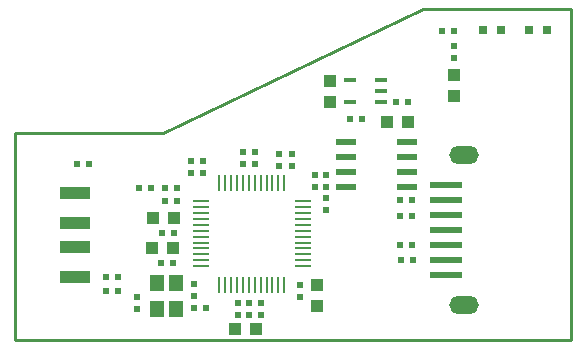
<source format=gbr>
G04 #@! TF.FileFunction,Paste,Top*
%FSLAX46Y46*%
G04 Gerber Fmt 4.6, Leading zero omitted, Abs format (unit mm)*
G04 Created by KiCad (PCBNEW no-vcs-found-undefined) date Thu Oct 27 09:39:44 2016*
%MOMM*%
%LPD*%
G01*
G04 APERTURE LIST*
%ADD10C,0.600000*%
%ADD11C,0.254000*%
%ADD12R,2.600000X1.000000*%
%ADD13O,2.500000X1.500000*%
%ADD14R,2.800000X0.600000*%
%ADD15R,0.550000X0.500000*%
%ADD16R,1.016000X1.016000*%
%ADD17R,0.500000X0.550000*%
%ADD18R,0.800000X0.800000*%
%ADD19R,1.098400X0.448400*%
%ADD20R,1.800000X0.600000*%
%ADD21R,1.380000X0.234000*%
%ADD22R,0.234000X1.380000*%
%ADD23R,1.200000X1.400000*%
G04 APERTURE END LIST*
D10*
D11*
X137000000Y-34500000D02*
X149500000Y-34500000D01*
X115000000Y-45000000D02*
X137000000Y-34500000D01*
X102500000Y-45000000D02*
X115000000Y-45000000D01*
X102500000Y-62500000D02*
X102500000Y-45000000D01*
X149500000Y-62500000D02*
X149500000Y-34500000D01*
X102500000Y-62500000D02*
X149500000Y-62500000D01*
D12*
X107530000Y-57150000D03*
X107530000Y-54610000D03*
X107530000Y-52610000D03*
X107530000Y-50070000D03*
D13*
X140450000Y-46850000D03*
X140450000Y-59550000D03*
D14*
X138950000Y-49390000D03*
X138950000Y-50660000D03*
X138950000Y-51930000D03*
X138950000Y-53200000D03*
X138950000Y-54470000D03*
X138950000Y-55740000D03*
X138950000Y-57010000D03*
D15*
X128800000Y-48484000D03*
X128800000Y-49500000D03*
D16*
X133961000Y-44000000D03*
X135739000Y-44000000D03*
D17*
X135758000Y-42350000D03*
X134742000Y-42350000D03*
D16*
X129150000Y-42350000D03*
X129150000Y-40572000D03*
D17*
X130834000Y-43800000D03*
X131850000Y-43800000D03*
D15*
X127850000Y-48492000D03*
X127850000Y-49508000D03*
D17*
X135092000Y-50650000D03*
X136108000Y-50650000D03*
X135092000Y-51950000D03*
X136108000Y-51950000D03*
X136108000Y-54450000D03*
X135092000Y-54450000D03*
X135142000Y-55750000D03*
X136158000Y-55750000D03*
D15*
X126550000Y-58808000D03*
X126550000Y-57792000D03*
D16*
X139650000Y-40011000D03*
X139650000Y-41789000D03*
X128050000Y-59589000D03*
X128050000Y-57811000D03*
D15*
X122250000Y-59392000D03*
X122250000Y-60408000D03*
X122750000Y-46592000D03*
X122750000Y-47608000D03*
X121750000Y-46600000D03*
X121750000Y-47616000D03*
D16*
X121061000Y-61550000D03*
X122839000Y-61550000D03*
D15*
X121350000Y-59392000D03*
X121350000Y-60408000D03*
D17*
X107692000Y-47600000D03*
X108708000Y-47600000D03*
X113958000Y-49650000D03*
X112942000Y-49650000D03*
X116208000Y-50750000D03*
X115192000Y-50750000D03*
D16*
X115889000Y-52150000D03*
X114111000Y-52150000D03*
D17*
X114942000Y-53400000D03*
X115958000Y-53400000D03*
D16*
X114061000Y-54700000D03*
X115839000Y-54700000D03*
D17*
X115858000Y-55950000D03*
X114842000Y-55950000D03*
D15*
X112800000Y-59858000D03*
X112800000Y-58842000D03*
D17*
X117592000Y-59750000D03*
X118608000Y-59750000D03*
D18*
X147500001Y-36250000D03*
X145976001Y-36250000D03*
X142126001Y-36250000D03*
X143650001Y-36250000D03*
D17*
X138642000Y-36300000D03*
X139658000Y-36300000D03*
D15*
X128800000Y-50492000D03*
X128800000Y-51508000D03*
X139650000Y-38608000D03*
X139650000Y-37592000D03*
X124800000Y-46742000D03*
X124800000Y-47758000D03*
X125950000Y-47758000D03*
X125950000Y-46742000D03*
D17*
X110142000Y-57150000D03*
X111158000Y-57150000D03*
D15*
X123250000Y-60408000D03*
X123250000Y-59392000D03*
D17*
X110142000Y-58300000D03*
X111158000Y-58300000D03*
X118408000Y-47300000D03*
X117392000Y-47300000D03*
X117392000Y-48350000D03*
X118408000Y-48350000D03*
X115200000Y-49650000D03*
X116216000Y-49650000D03*
D15*
X117600000Y-58758000D03*
X117600000Y-57742000D03*
D19*
X130850000Y-40450000D03*
X130850000Y-42350000D03*
X133450000Y-40450000D03*
X133450000Y-41400000D03*
X133450000Y-42350000D03*
D20*
X135650000Y-49505000D03*
X135650000Y-48235000D03*
X135650000Y-46965000D03*
X135650000Y-45695000D03*
X130450000Y-45695000D03*
X130450000Y-46965000D03*
X130450000Y-48235000D03*
X130450000Y-49505000D03*
D21*
X118210000Y-50740000D03*
X118210000Y-51240000D03*
X118210000Y-51740000D03*
X118210000Y-52240000D03*
X118210000Y-52740000D03*
X118210000Y-53240000D03*
X118210000Y-53740000D03*
X118210000Y-54240000D03*
X118210000Y-54740000D03*
X118210000Y-55240000D03*
X118210000Y-55740000D03*
X118210000Y-56240000D03*
D22*
X119760000Y-57790000D03*
X120260000Y-57790000D03*
X120760000Y-57790000D03*
X121260000Y-57790000D03*
X121760000Y-57790000D03*
X122260000Y-57790000D03*
X122760000Y-57790000D03*
X123260000Y-57790000D03*
X123760000Y-57790000D03*
X124260000Y-57790000D03*
X124760000Y-57790000D03*
X125260000Y-57790000D03*
D21*
X126810000Y-56240000D03*
X126810000Y-55740000D03*
X126810000Y-55240000D03*
X126810000Y-54740000D03*
X126810000Y-54240000D03*
X126810000Y-53740000D03*
X126810000Y-53240000D03*
X126810000Y-52740000D03*
X126810000Y-52240000D03*
X126810000Y-51740000D03*
X126810000Y-51240000D03*
X126810000Y-50740000D03*
D22*
X125260000Y-49190000D03*
X124760000Y-49190000D03*
X124260000Y-49190000D03*
X123760000Y-49190000D03*
X123260000Y-49190000D03*
X122760000Y-49190000D03*
X122260000Y-49190000D03*
X121760000Y-49190000D03*
X121260000Y-49190000D03*
X120760000Y-49190000D03*
X120260000Y-49190000D03*
X119760000Y-49190000D03*
D23*
X114500000Y-57650000D03*
X116100000Y-59850000D03*
X114500000Y-59850000D03*
X116100000Y-57650000D03*
M02*

</source>
